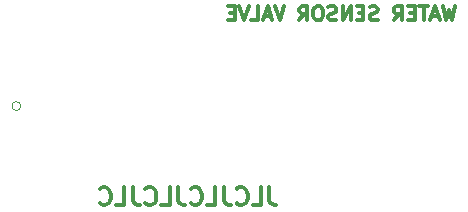
<source format=gbo>
G04 #@! TF.GenerationSoftware,KiCad,Pcbnew,(5.1.10)-1*
G04 #@! TF.CreationDate,2021-08-27T01:26:18-04:00*
G04 #@! TF.ProjectId,Water_Valve_Sensor,57617465-725f-4566-916c-76655f53656e,rev?*
G04 #@! TF.SameCoordinates,Original*
G04 #@! TF.FileFunction,Legend,Bot*
G04 #@! TF.FilePolarity,Positive*
%FSLAX46Y46*%
G04 Gerber Fmt 4.6, Leading zero omitted, Abs format (unit mm)*
G04 Created by KiCad (PCBNEW (5.1.10)-1) date 2021-08-27 01:26:18*
%MOMM*%
%LPD*%
G01*
G04 APERTURE LIST*
%ADD10C,0.300000*%
%ADD11C,0.120000*%
%ADD12O,1.600000X1.600000*%
%ADD13C,1.600000*%
%ADD14C,2.500000*%
%ADD15C,5.000000*%
%ADD16C,2.900000*%
%ADD17O,2.000000X4.500000*%
%ADD18O,4.000000X2.000000*%
%ADD19O,2.000000X4.000000*%
%ADD20O,1.700000X1.700000*%
%ADD21R,1.700000X1.700000*%
%ADD22R,1.600000X1.600000*%
%ADD23R,1.300000X1.300000*%
%ADD24C,1.300000*%
%ADD25C,1.800000*%
%ADD26R,1.800000X1.800000*%
%ADD27O,2.400000X2.400000*%
%ADD28R,2.400000X2.400000*%
G04 APERTURE END LIST*
D10*
X80157142Y-122342857D02*
X79871428Y-123542857D01*
X79642857Y-122685714D01*
X79414285Y-123542857D01*
X79128571Y-122342857D01*
X78728571Y-123200000D02*
X78157142Y-123200000D01*
X78842857Y-123542857D02*
X78442857Y-122342857D01*
X78042857Y-123542857D01*
X77814285Y-122342857D02*
X77128571Y-122342857D01*
X77471428Y-123542857D02*
X77471428Y-122342857D01*
X76728571Y-122914285D02*
X76328571Y-122914285D01*
X76157142Y-123542857D02*
X76728571Y-123542857D01*
X76728571Y-122342857D01*
X76157142Y-122342857D01*
X74957142Y-123542857D02*
X75357142Y-122971428D01*
X75642857Y-123542857D02*
X75642857Y-122342857D01*
X75185714Y-122342857D01*
X75071428Y-122400000D01*
X75014285Y-122457142D01*
X74957142Y-122571428D01*
X74957142Y-122742857D01*
X75014285Y-122857142D01*
X75071428Y-122914285D01*
X75185714Y-122971428D01*
X75642857Y-122971428D01*
X73585714Y-123485714D02*
X73414285Y-123542857D01*
X73128571Y-123542857D01*
X73014285Y-123485714D01*
X72957142Y-123428571D01*
X72900000Y-123314285D01*
X72900000Y-123200000D01*
X72957142Y-123085714D01*
X73014285Y-123028571D01*
X73128571Y-122971428D01*
X73357142Y-122914285D01*
X73471428Y-122857142D01*
X73528571Y-122800000D01*
X73585714Y-122685714D01*
X73585714Y-122571428D01*
X73528571Y-122457142D01*
X73471428Y-122400000D01*
X73357142Y-122342857D01*
X73071428Y-122342857D01*
X72900000Y-122400000D01*
X72385714Y-122914285D02*
X71985714Y-122914285D01*
X71814285Y-123542857D02*
X72385714Y-123542857D01*
X72385714Y-122342857D01*
X71814285Y-122342857D01*
X71300000Y-123542857D02*
X71300000Y-122342857D01*
X70614285Y-123542857D01*
X70614285Y-122342857D01*
X70100000Y-123485714D02*
X69928571Y-123542857D01*
X69642857Y-123542857D01*
X69528571Y-123485714D01*
X69471428Y-123428571D01*
X69414285Y-123314285D01*
X69414285Y-123200000D01*
X69471428Y-123085714D01*
X69528571Y-123028571D01*
X69642857Y-122971428D01*
X69871428Y-122914285D01*
X69985714Y-122857142D01*
X70042857Y-122800000D01*
X70100000Y-122685714D01*
X70100000Y-122571428D01*
X70042857Y-122457142D01*
X69985714Y-122400000D01*
X69871428Y-122342857D01*
X69585714Y-122342857D01*
X69414285Y-122400000D01*
X68671428Y-122342857D02*
X68442857Y-122342857D01*
X68328571Y-122400000D01*
X68214285Y-122514285D01*
X68157142Y-122742857D01*
X68157142Y-123142857D01*
X68214285Y-123371428D01*
X68328571Y-123485714D01*
X68442857Y-123542857D01*
X68671428Y-123542857D01*
X68785714Y-123485714D01*
X68900000Y-123371428D01*
X68957142Y-123142857D01*
X68957142Y-122742857D01*
X68900000Y-122514285D01*
X68785714Y-122400000D01*
X68671428Y-122342857D01*
X66957142Y-123542857D02*
X67357142Y-122971428D01*
X67642857Y-123542857D02*
X67642857Y-122342857D01*
X67185714Y-122342857D01*
X67071428Y-122400000D01*
X67014285Y-122457142D01*
X66957142Y-122571428D01*
X66957142Y-122742857D01*
X67014285Y-122857142D01*
X67071428Y-122914285D01*
X67185714Y-122971428D01*
X67642857Y-122971428D01*
X65700000Y-122342857D02*
X65300000Y-123542857D01*
X64900000Y-122342857D01*
X64557142Y-123200000D02*
X63985714Y-123200000D01*
X64671428Y-123542857D02*
X64271428Y-122342857D01*
X63871428Y-123542857D01*
X62900000Y-123542857D02*
X63471428Y-123542857D01*
X63471428Y-122342857D01*
X62671428Y-122342857D02*
X62271428Y-123542857D01*
X61871428Y-122342857D01*
X61471428Y-122914285D02*
X61071428Y-122914285D01*
X60900000Y-123542857D02*
X61471428Y-123542857D01*
X61471428Y-122342857D01*
X60900000Y-122342857D01*
X64428571Y-137678571D02*
X64428571Y-138750000D01*
X64500000Y-138964285D01*
X64642857Y-139107142D01*
X64857142Y-139178571D01*
X65000000Y-139178571D01*
X63000000Y-139178571D02*
X63714285Y-139178571D01*
X63714285Y-137678571D01*
X61642857Y-139035714D02*
X61714285Y-139107142D01*
X61928571Y-139178571D01*
X62071428Y-139178571D01*
X62285714Y-139107142D01*
X62428571Y-138964285D01*
X62500000Y-138821428D01*
X62571428Y-138535714D01*
X62571428Y-138321428D01*
X62500000Y-138035714D01*
X62428571Y-137892857D01*
X62285714Y-137750000D01*
X62071428Y-137678571D01*
X61928571Y-137678571D01*
X61714285Y-137750000D01*
X61642857Y-137821428D01*
X60571428Y-137678571D02*
X60571428Y-138750000D01*
X60642857Y-138964285D01*
X60785714Y-139107142D01*
X61000000Y-139178571D01*
X61142857Y-139178571D01*
X59142857Y-139178571D02*
X59857142Y-139178571D01*
X59857142Y-137678571D01*
X57785714Y-139035714D02*
X57857142Y-139107142D01*
X58071428Y-139178571D01*
X58214285Y-139178571D01*
X58428571Y-139107142D01*
X58571428Y-138964285D01*
X58642857Y-138821428D01*
X58714285Y-138535714D01*
X58714285Y-138321428D01*
X58642857Y-138035714D01*
X58571428Y-137892857D01*
X58428571Y-137750000D01*
X58214285Y-137678571D01*
X58071428Y-137678571D01*
X57857142Y-137750000D01*
X57785714Y-137821428D01*
X56714285Y-137678571D02*
X56714285Y-138750000D01*
X56785714Y-138964285D01*
X56928571Y-139107142D01*
X57142857Y-139178571D01*
X57285714Y-139178571D01*
X55285714Y-139178571D02*
X55999999Y-139178571D01*
X55999999Y-137678571D01*
X53928571Y-139035714D02*
X53999999Y-139107142D01*
X54214285Y-139178571D01*
X54357142Y-139178571D01*
X54571428Y-139107142D01*
X54714285Y-138964285D01*
X54785714Y-138821428D01*
X54857142Y-138535714D01*
X54857142Y-138321428D01*
X54785714Y-138035714D01*
X54714285Y-137892857D01*
X54571428Y-137750000D01*
X54357142Y-137678571D01*
X54214285Y-137678571D01*
X53999999Y-137750000D01*
X53928571Y-137821428D01*
X52857142Y-137678571D02*
X52857142Y-138750000D01*
X52928571Y-138964285D01*
X53071428Y-139107142D01*
X53285714Y-139178571D01*
X53428571Y-139178571D01*
X51428571Y-139178571D02*
X52142857Y-139178571D01*
X52142857Y-137678571D01*
X50071428Y-139035714D02*
X50142857Y-139107142D01*
X50357142Y-139178571D01*
X50499999Y-139178571D01*
X50714285Y-139107142D01*
X50857142Y-138964285D01*
X50928571Y-138821428D01*
X50999999Y-138535714D01*
X50999999Y-138321428D01*
X50928571Y-138035714D01*
X50857142Y-137892857D01*
X50714285Y-137750000D01*
X50499999Y-137678571D01*
X50357142Y-137678571D01*
X50142857Y-137750000D01*
X50071428Y-137821428D01*
D11*
X43381000Y-130793000D02*
G75*
G03*
X43381000Y-130793000I-381000J0D01*
G01*
%LPC*%
D12*
X106620000Y-143500000D03*
D13*
X99000000Y-143500000D03*
D14*
X100500000Y-130700000D03*
X100500000Y-138300000D03*
D15*
X104500000Y-125000000D03*
D16*
X104500000Y-125000000D03*
D17*
X43000000Y-136000000D03*
D18*
X39952000Y-140826000D03*
D19*
X36904000Y-136000000D03*
D20*
X68460000Y-147500000D03*
D21*
X71000000Y-147500000D03*
D15*
X76000000Y-142000000D03*
D16*
X76000000Y-142000000D03*
D15*
X40000000Y-146000000D03*
D16*
X40000000Y-146000000D03*
D15*
X40000000Y-126000000D03*
D16*
X40000000Y-126000000D03*
D20*
X99460000Y-147500000D03*
D21*
X102000000Y-147500000D03*
D20*
X62540000Y-145960000D03*
X62540000Y-148500000D03*
X60000000Y-145960000D03*
X60000000Y-148500000D03*
X57460000Y-145960000D03*
X57460000Y-148500000D03*
X54920000Y-145960000D03*
X54920000Y-148500000D03*
X52380000Y-145960000D03*
D21*
X52380000Y-148500000D03*
D13*
X74000000Y-135000000D03*
D22*
X74000000Y-137000000D03*
D12*
X83000000Y-149120000D03*
D13*
X83000000Y-141500000D03*
D12*
X83000000Y-122380000D03*
D13*
X83000000Y-130000000D03*
D12*
X69880000Y-130000000D03*
D13*
X77500000Y-130000000D03*
D12*
X77620000Y-126000000D03*
D13*
X70000000Y-126000000D03*
D12*
X94500000Y-149120000D03*
D13*
X94500000Y-141500000D03*
D12*
X67500000Y-134880000D03*
D13*
X67500000Y-142500000D03*
D12*
X62500000Y-134880000D03*
D13*
X62500000Y-142500000D03*
D12*
X57500000Y-134880000D03*
D13*
X57500000Y-142500000D03*
D12*
X52500000Y-134880000D03*
D13*
X52500000Y-142500000D03*
D12*
X47500000Y-134880000D03*
D13*
X47500000Y-142500000D03*
D12*
X52500000Y-131120000D03*
D13*
X52500000Y-123500000D03*
D12*
X57500000Y-131120000D03*
D13*
X57500000Y-123500000D03*
D23*
X89500000Y-127000000D03*
D24*
X89500000Y-124460000D03*
X88230000Y-125730000D03*
D25*
X79040000Y-148000000D03*
D26*
X76500000Y-148000000D03*
D27*
X90000000Y-141660000D03*
D28*
X90000000Y-131500000D03*
D25*
X90540000Y-148000000D03*
D26*
X88000000Y-148000000D03*
D13*
X47000000Y-127000000D03*
D22*
X47000000Y-129000000D03*
M02*

</source>
